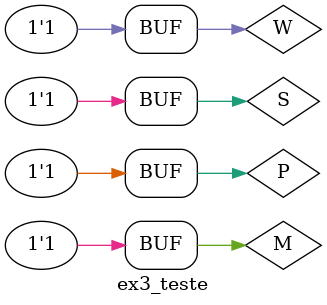
<source format=v>
`timescale 1ns/1ns
`include "ex3.v"

module ex3_teste;

    reg P, W, M, S;
    wire A;
    ex3 uut(P, W, M, S, A);

    initial begin
        $dumpfile("ex3.vcd");
        $dumpvars(0, ex3_teste);

        P = 0;
        W = 0; 
        M = 0;
        S = 0;#20;

        P = 0;
        W = 0; 
        M = 0;
        S = 1;#20;

        P = 0;
        W = 0; 
        M = 1;
        S = 0;#20;

        P = 0;
        W = 0; 
        M = 1;
        S = 1;#20;

        P = 0;
        W = 1; 
        M = 0;
        S = 0;#20;

        P = 0;
        W = 1; 
        M = 0;
        S = 1;#20;

        P = 0;
        W = 1; 
        M = 1;
        S = 0;#20;

        P = 0;
        W = 1; 
        M = 1;
        S = 1;#20;

        P = 1;
        W = 0; 
        M = 0;
        S = 0;#20;

        P = 1;
        W = 0; 
        M = 0;
        S = 1;#20;

        P = 1;
        W = 0; 
        M = 1;
        S = 0;#20;

        P = 1;
        W = 0; 
        M = 1;
        S = 1;#20;

        P = 1;
        W = 1; 
        M = 0;
        S = 0;#20;

        P = 1;
        W = 1; 
        M = 0;
        S = 1;#20;

        P = 1;
        W = 1; 
        M = 1;
        S = 0;#20;

        P = 1;
        W = 1; 
        M = 1;
        S = 1;#20;

        $display("Teste completo");
    end

endmodule
</source>
